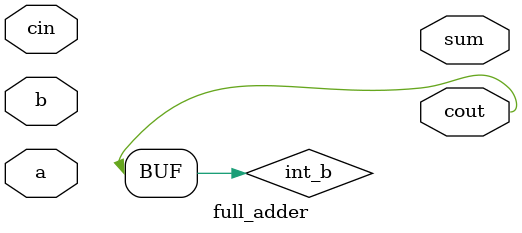
<source format=v>
module full_adder (
    input a,
    input b,
    input cin,
    output sum,
    output cout
);
    wire int_a, int_b;

    xor int_sum(a, b, int_a);
    xor sum(int_a, cin, sum);

    and int_carry1(a, b, int_b);
    and int_carry2(int_a, cin, cout);
    or cout(int_b, cout, cout);
endmodule
</source>
